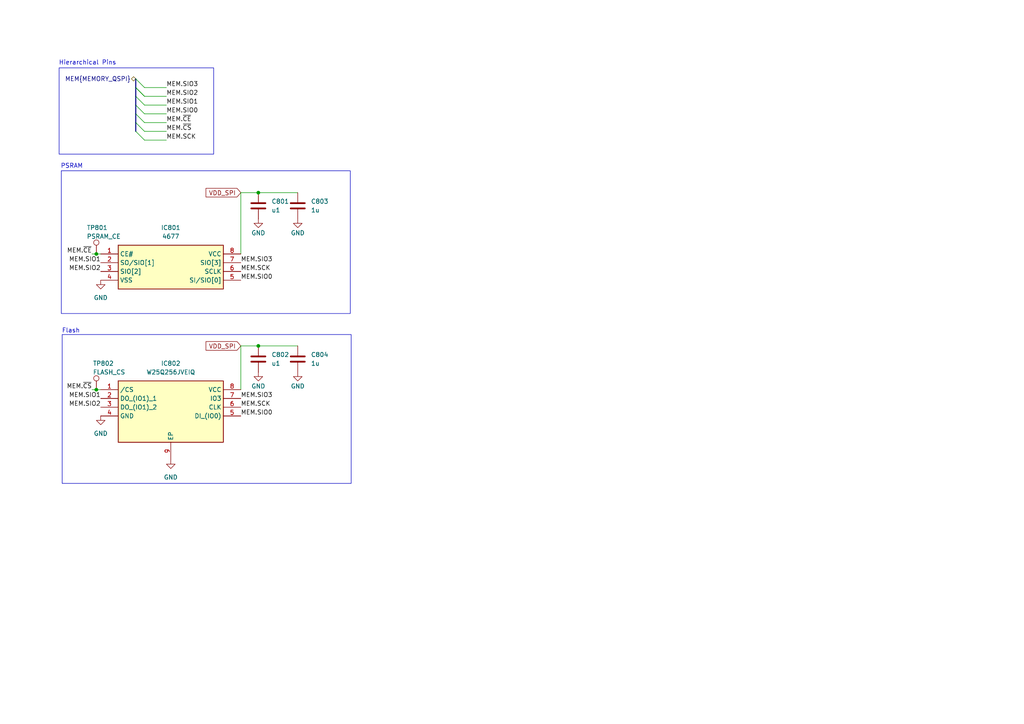
<source format=kicad_sch>
(kicad_sch
	(version 20250114)
	(generator "eeschema")
	(generator_version "9.0")
	(uuid "a3707a06-544a-4d24-b7af-4445ebcdfd54")
	(paper "A4")
	(lib_symbols
		(symbol "Connector:TestPoint"
			(pin_numbers
				(hide yes)
			)
			(pin_names
				(offset 0.762)
				(hide yes)
			)
			(exclude_from_sim no)
			(in_bom yes)
			(on_board yes)
			(property "Reference" "TP"
				(at 0 6.858 0)
				(effects
					(font
						(size 1.27 1.27)
					)
				)
			)
			(property "Value" "TestPoint"
				(at 0 5.08 0)
				(effects
					(font
						(size 1.27 1.27)
					)
				)
			)
			(property "Footprint" ""
				(at 5.08 0 0)
				(effects
					(font
						(size 1.27 1.27)
					)
					(hide yes)
				)
			)
			(property "Datasheet" "~"
				(at 5.08 0 0)
				(effects
					(font
						(size 1.27 1.27)
					)
					(hide yes)
				)
			)
			(property "Description" "test point"
				(at 0 0 0)
				(effects
					(font
						(size 1.27 1.27)
					)
					(hide yes)
				)
			)
			(property "ki_keywords" "test point tp"
				(at 0 0 0)
				(effects
					(font
						(size 1.27 1.27)
					)
					(hide yes)
				)
			)
			(property "ki_fp_filters" "Pin* Test*"
				(at 0 0 0)
				(effects
					(font
						(size 1.27 1.27)
					)
					(hide yes)
				)
			)
			(symbol "TestPoint_0_1"
				(circle
					(center 0 3.302)
					(radius 0.762)
					(stroke
						(width 0)
						(type default)
					)
					(fill
						(type none)
					)
				)
			)
			(symbol "TestPoint_1_1"
				(pin passive line
					(at 0 0 90)
					(length 2.54)
					(name "1"
						(effects
							(font
								(size 1.27 1.27)
							)
						)
					)
					(number "1"
						(effects
							(font
								(size 1.27 1.27)
							)
						)
					)
				)
			)
			(embedded_fonts no)
		)
		(symbol "Device:C"
			(pin_numbers
				(hide yes)
			)
			(pin_names
				(offset 0.254)
			)
			(exclude_from_sim no)
			(in_bom yes)
			(on_board yes)
			(property "Reference" "C"
				(at 0.635 2.54 0)
				(effects
					(font
						(size 1.27 1.27)
					)
					(justify left)
				)
			)
			(property "Value" "C"
				(at 0.635 -2.54 0)
				(effects
					(font
						(size 1.27 1.27)
					)
					(justify left)
				)
			)
			(property "Footprint" ""
				(at 0.9652 -3.81 0)
				(effects
					(font
						(size 1.27 1.27)
					)
					(hide yes)
				)
			)
			(property "Datasheet" "~"
				(at 0 0 0)
				(effects
					(font
						(size 1.27 1.27)
					)
					(hide yes)
				)
			)
			(property "Description" "Unpolarized capacitor"
				(at 0 0 0)
				(effects
					(font
						(size 1.27 1.27)
					)
					(hide yes)
				)
			)
			(property "ki_keywords" "cap capacitor"
				(at 0 0 0)
				(effects
					(font
						(size 1.27 1.27)
					)
					(hide yes)
				)
			)
			(property "ki_fp_filters" "C_*"
				(at 0 0 0)
				(effects
					(font
						(size 1.27 1.27)
					)
					(hide yes)
				)
			)
			(symbol "C_0_1"
				(polyline
					(pts
						(xy -2.032 0.762) (xy 2.032 0.762)
					)
					(stroke
						(width 0.508)
						(type default)
					)
					(fill
						(type none)
					)
				)
				(polyline
					(pts
						(xy -2.032 -0.762) (xy 2.032 -0.762)
					)
					(stroke
						(width 0.508)
						(type default)
					)
					(fill
						(type none)
					)
				)
			)
			(symbol "C_1_1"
				(pin passive line
					(at 0 3.81 270)
					(length 2.794)
					(name "~"
						(effects
							(font
								(size 1.27 1.27)
							)
						)
					)
					(number "1"
						(effects
							(font
								(size 1.27 1.27)
							)
						)
					)
				)
				(pin passive line
					(at 0 -3.81 90)
					(length 2.794)
					(name "~"
						(effects
							(font
								(size 1.27 1.27)
							)
						)
					)
					(number "2"
						(effects
							(font
								(size 1.27 1.27)
							)
						)
					)
				)
			)
			(embedded_fonts no)
		)
		(symbol "SamacSys_Parts:4677"
			(exclude_from_sim no)
			(in_bom yes)
			(on_board yes)
			(property "Reference" "J"
				(at 36.83 7.62 0)
				(effects
					(font
						(size 1.27 1.27)
					)
					(justify left top)
				)
			)
			(property "Value" "4677"
				(at 36.83 5.08 0)
				(effects
					(font
						(size 1.27 1.27)
					)
					(justify left top)
				)
			)
			(property "Footprint" "SOIC127P600X175-8N"
				(at 36.83 -94.92 0)
				(effects
					(font
						(size 1.27 1.27)
					)
					(justify left top)
					(hide yes)
				)
			)
			(property "Datasheet" "https://www.espressif.com/sites/default/files/documentation/esp-psram64_esp-psram64h_datasheet_en.pdf"
				(at 36.83 -194.92 0)
				(effects
					(font
						(size 1.27 1.27)
					)
					(justify left top)
					(hide yes)
				)
			)
			(property "Description" "Adafruit Accessories Generic 64 Mbit Serial Pseudo SRAM - 3.3V 133 MHz"
				(at 0 0 0)
				(effects
					(font
						(size 1.27 1.27)
					)
					(hide yes)
				)
			)
			(property "Height" "1.75"
				(at 36.83 -394.92 0)
				(effects
					(font
						(size 1.27 1.27)
					)
					(justify left top)
					(hide yes)
				)
			)
			(property "Mouser Part Number" "485-4677"
				(at 36.83 -494.92 0)
				(effects
					(font
						(size 1.27 1.27)
					)
					(justify left top)
					(hide yes)
				)
			)
			(property "Mouser Price/Stock" "https://www.mouser.co.uk/ProductDetail/Adafruit/4677?qs=DPoM0jnrROUZDCYEDSsMew%3D%3D"
				(at 36.83 -594.92 0)
				(effects
					(font
						(size 1.27 1.27)
					)
					(justify left top)
					(hide yes)
				)
			)
			(property "Manufacturer_Name" "Adafruit"
				(at 36.83 -694.92 0)
				(effects
					(font
						(size 1.27 1.27)
					)
					(justify left top)
					(hide yes)
				)
			)
			(property "Manufacturer_Part_Number" "4677"
				(at 36.83 -794.92 0)
				(effects
					(font
						(size 1.27 1.27)
					)
					(justify left top)
					(hide yes)
				)
			)
			(symbol "4677_1_1"
				(rectangle
					(start 5.08 2.54)
					(end 35.56 -10.16)
					(stroke
						(width 0.254)
						(type default)
					)
					(fill
						(type background)
					)
				)
				(pin passive line
					(at 0 0 0)
					(length 5.08)
					(name "CE#"
						(effects
							(font
								(size 1.27 1.27)
							)
						)
					)
					(number "1"
						(effects
							(font
								(size 1.27 1.27)
							)
						)
					)
				)
				(pin passive line
					(at 0 -2.54 0)
					(length 5.08)
					(name "SO/SIO[1]"
						(effects
							(font
								(size 1.27 1.27)
							)
						)
					)
					(number "2"
						(effects
							(font
								(size 1.27 1.27)
							)
						)
					)
				)
				(pin passive line
					(at 0 -5.08 0)
					(length 5.08)
					(name "SIO[2]"
						(effects
							(font
								(size 1.27 1.27)
							)
						)
					)
					(number "3"
						(effects
							(font
								(size 1.27 1.27)
							)
						)
					)
				)
				(pin passive line
					(at 0 -7.62 0)
					(length 5.08)
					(name "VSS"
						(effects
							(font
								(size 1.27 1.27)
							)
						)
					)
					(number "4"
						(effects
							(font
								(size 1.27 1.27)
							)
						)
					)
				)
				(pin passive line
					(at 40.64 0 180)
					(length 5.08)
					(name "VCC"
						(effects
							(font
								(size 1.27 1.27)
							)
						)
					)
					(number "8"
						(effects
							(font
								(size 1.27 1.27)
							)
						)
					)
				)
				(pin passive line
					(at 40.64 -2.54 180)
					(length 5.08)
					(name "SIO[3]"
						(effects
							(font
								(size 1.27 1.27)
							)
						)
					)
					(number "7"
						(effects
							(font
								(size 1.27 1.27)
							)
						)
					)
				)
				(pin passive line
					(at 40.64 -5.08 180)
					(length 5.08)
					(name "SCLK"
						(effects
							(font
								(size 1.27 1.27)
							)
						)
					)
					(number "6"
						(effects
							(font
								(size 1.27 1.27)
							)
						)
					)
				)
				(pin passive line
					(at 40.64 -7.62 180)
					(length 5.08)
					(name "SI/SIO[0]"
						(effects
							(font
								(size 1.27 1.27)
							)
						)
					)
					(number "5"
						(effects
							(font
								(size 1.27 1.27)
							)
						)
					)
				)
			)
			(embedded_fonts no)
		)
		(symbol "SamacSys_Parts:W25Q256JVEIQ"
			(exclude_from_sim no)
			(in_bom yes)
			(on_board yes)
			(property "Reference" "IC"
				(at 36.83 7.62 0)
				(effects
					(font
						(size 1.27 1.27)
					)
					(justify left top)
				)
			)
			(property "Value" "W25Q256JVEIQ"
				(at 36.83 5.08 0)
				(effects
					(font
						(size 1.27 1.27)
					)
					(justify left top)
				)
			)
			(property "Footprint" "SON127P800X600X80-9N-D"
				(at 36.83 -94.92 0)
				(effects
					(font
						(size 1.27 1.27)
					)
					(justify left top)
					(hide yes)
				)
			)
			(property "Datasheet" "https://www.winbond.com/hq/search-resource-file.jsp?partNo=W25Q256JVEIQ&type=datasheet"
				(at 36.83 -194.92 0)
				(effects
					(font
						(size 1.27 1.27)
					)
					(justify left top)
					(hide yes)
				)
			)
			(property "Description" "256M-bit Serial Flash Memory with uniform 4KB sectors and Dual/Quad SPI"
				(at 0 0 0)
				(effects
					(font
						(size 1.27 1.27)
					)
					(hide yes)
				)
			)
			(property "Height" "0.8"
				(at 36.83 -394.92 0)
				(effects
					(font
						(size 1.27 1.27)
					)
					(justify left top)
					(hide yes)
				)
			)
			(property "Mouser Part Number" "454-W25Q256JVEIQ"
				(at 36.83 -494.92 0)
				(effects
					(font
						(size 1.27 1.27)
					)
					(justify left top)
					(hide yes)
				)
			)
			(property "Mouser Price/Stock" "https://www.mouser.co.uk/ProductDetail/Winbond/W25Q256JVEIQ?qs=qSfuJ%252Bfl%2Fd4o%2FNFUf7yCgA%3D%3D"
				(at 36.83 -594.92 0)
				(effects
					(font
						(size 1.27 1.27)
					)
					(justify left top)
					(hide yes)
				)
			)
			(property "Manufacturer_Name" "Winbond"
				(at 36.83 -694.92 0)
				(effects
					(font
						(size 1.27 1.27)
					)
					(justify left top)
					(hide yes)
				)
			)
			(property "Manufacturer_Part_Number" "W25Q256JVEIQ"
				(at 36.83 -794.92 0)
				(effects
					(font
						(size 1.27 1.27)
					)
					(justify left top)
					(hide yes)
				)
			)
			(symbol "W25Q256JVEIQ_1_1"
				(rectangle
					(start 5.08 2.54)
					(end 35.56 -15.24)
					(stroke
						(width 0.254)
						(type default)
					)
					(fill
						(type background)
					)
				)
				(pin passive line
					(at 0 0 0)
					(length 5.08)
					(name "/CS"
						(effects
							(font
								(size 1.27 1.27)
							)
						)
					)
					(number "1"
						(effects
							(font
								(size 1.27 1.27)
							)
						)
					)
				)
				(pin passive line
					(at 0 -2.54 0)
					(length 5.08)
					(name "DO_(IO1)_1"
						(effects
							(font
								(size 1.27 1.27)
							)
						)
					)
					(number "2"
						(effects
							(font
								(size 1.27 1.27)
							)
						)
					)
				)
				(pin passive line
					(at 0 -5.08 0)
					(length 5.08)
					(name "DO_(IO1)_2"
						(effects
							(font
								(size 1.27 1.27)
							)
						)
					)
					(number "3"
						(effects
							(font
								(size 1.27 1.27)
							)
						)
					)
				)
				(pin passive line
					(at 0 -7.62 0)
					(length 5.08)
					(name "GND"
						(effects
							(font
								(size 1.27 1.27)
							)
						)
					)
					(number "4"
						(effects
							(font
								(size 1.27 1.27)
							)
						)
					)
				)
				(pin passive line
					(at 20.32 -20.32 90)
					(length 5.08)
					(name "EP"
						(effects
							(font
								(size 1.27 1.27)
							)
						)
					)
					(number "9"
						(effects
							(font
								(size 1.27 1.27)
							)
						)
					)
				)
				(pin passive line
					(at 40.64 0 180)
					(length 5.08)
					(name "VCC"
						(effects
							(font
								(size 1.27 1.27)
							)
						)
					)
					(number "8"
						(effects
							(font
								(size 1.27 1.27)
							)
						)
					)
				)
				(pin passive line
					(at 40.64 -2.54 180)
					(length 5.08)
					(name "IO3"
						(effects
							(font
								(size 1.27 1.27)
							)
						)
					)
					(number "7"
						(effects
							(font
								(size 1.27 1.27)
							)
						)
					)
				)
				(pin passive line
					(at 40.64 -5.08 180)
					(length 5.08)
					(name "CLK"
						(effects
							(font
								(size 1.27 1.27)
							)
						)
					)
					(number "6"
						(effects
							(font
								(size 1.27 1.27)
							)
						)
					)
				)
				(pin passive line
					(at 40.64 -7.62 180)
					(length 5.08)
					(name "DI_(IO0)"
						(effects
							(font
								(size 1.27 1.27)
							)
						)
					)
					(number "5"
						(effects
							(font
								(size 1.27 1.27)
							)
						)
					)
				)
			)
			(embedded_fonts no)
		)
		(symbol "power:GND"
			(power)
			(pin_numbers
				(hide yes)
			)
			(pin_names
				(offset 0)
				(hide yes)
			)
			(exclude_from_sim no)
			(in_bom yes)
			(on_board yes)
			(property "Reference" "#PWR"
				(at 0 -6.35 0)
				(effects
					(font
						(size 1.27 1.27)
					)
					(hide yes)
				)
			)
			(property "Value" "GND"
				(at 0 -3.81 0)
				(effects
					(font
						(size 1.27 1.27)
					)
				)
			)
			(property "Footprint" ""
				(at 0 0 0)
				(effects
					(font
						(size 1.27 1.27)
					)
					(hide yes)
				)
			)
			(property "Datasheet" ""
				(at 0 0 0)
				(effects
					(font
						(size 1.27 1.27)
					)
					(hide yes)
				)
			)
			(property "Description" "Power symbol creates a global label with name \"GND\" , ground"
				(at 0 0 0)
				(effects
					(font
						(size 1.27 1.27)
					)
					(hide yes)
				)
			)
			(property "ki_keywords" "global power"
				(at 0 0 0)
				(effects
					(font
						(size 1.27 1.27)
					)
					(hide yes)
				)
			)
			(symbol "GND_0_1"
				(polyline
					(pts
						(xy 0 0) (xy 0 -1.27) (xy 1.27 -1.27) (xy 0 -2.54) (xy -1.27 -1.27) (xy 0 -1.27)
					)
					(stroke
						(width 0)
						(type default)
					)
					(fill
						(type none)
					)
				)
			)
			(symbol "GND_1_1"
				(pin power_in line
					(at 0 0 270)
					(length 0)
					(name "~"
						(effects
							(font
								(size 1.27 1.27)
							)
						)
					)
					(number "1"
						(effects
							(font
								(size 1.27 1.27)
							)
						)
					)
				)
			)
			(embedded_fonts no)
		)
	)
	(rectangle
		(start 17.78 49.53)
		(end 101.6 90.932)
		(stroke
			(width 0)
			(type default)
		)
		(fill
			(type none)
		)
		(uuid 54019c3a-8187-4bb1-b2a1-ea5753976c35)
	)
	(rectangle
		(start 18.034 97.028)
		(end 101.854 140.208)
		(stroke
			(width 0)
			(type default)
		)
		(fill
			(type none)
		)
		(uuid a09e6e0b-62c2-4814-a04d-ca44c0c1b0dc)
	)
	(rectangle
		(start 17.145 19.685)
		(end 61.976 44.704)
		(stroke
			(width 0)
			(type default)
		)
		(fill
			(type none)
		)
		(uuid c5e17fc9-4b5e-410c-b0bf-ff6ecfb019f5)
	)
	(text "Hierarchical Pins"
		(exclude_from_sim no)
		(at 25.4 18.288 0)
		(effects
			(font
				(size 1.27 1.27)
			)
		)
		(uuid "6b99c823-96a2-49c2-89ff-3534e3b566f2")
	)
	(text "PSRAM"
		(exclude_from_sim no)
		(at 20.828 48.26 0)
		(effects
			(font
				(size 1.27 1.27)
			)
		)
		(uuid "840f7ab4-06fc-46d3-97d6-247addbc5a61")
	)
	(text "Flash"
		(exclude_from_sim no)
		(at 20.574 96.012 0)
		(effects
			(font
				(size 1.27 1.27)
			)
		)
		(uuid "c15bf0c2-2667-4390-bf41-9e2ac7b530fa")
	)
	(junction
		(at 74.93 100.33)
		(diameter 0)
		(color 0 0 0 0)
		(uuid "00bcd00a-bf20-429a-828e-e23473ddc928")
	)
	(junction
		(at 74.93 55.88)
		(diameter 0)
		(color 0 0 0 0)
		(uuid "a2738157-ad30-439c-9041-f9561edecd4e")
	)
	(junction
		(at 27.94 113.03)
		(diameter 0)
		(color 0 0 0 0)
		(uuid "aa6f93e5-a923-4848-a7d2-3e0a7544f8e7")
	)
	(junction
		(at 27.94 73.66)
		(diameter 0)
		(color 0 0 0 0)
		(uuid "c3250ffb-1f0b-4c37-84b7-cc8b98e1ab13")
	)
	(bus_entry
		(at 39.37 38.1)
		(size 2.54 2.54)
		(stroke
			(width 0)
			(type default)
		)
		(uuid "0b858499-a475-4d0e-97d9-cff0f25f5a72")
	)
	(bus_entry
		(at 39.37 22.86)
		(size 2.54 2.54)
		(stroke
			(width 0)
			(type default)
		)
		(uuid "60bf8f5c-1e7c-44b4-942e-0bc74fed74fc")
	)
	(bus_entry
		(at 39.37 30.48)
		(size 2.54 2.54)
		(stroke
			(width 0)
			(type default)
		)
		(uuid "982b90a6-2a3b-478e-a908-6bedb435138b")
	)
	(bus_entry
		(at 39.37 25.4)
		(size 2.54 2.54)
		(stroke
			(width 0)
			(type default)
		)
		(uuid "b845b73c-eaf6-435e-8087-510b0085d00e")
	)
	(bus_entry
		(at 39.37 33.02)
		(size 2.54 2.54)
		(stroke
			(width 0)
			(type default)
		)
		(uuid "ce7f02d4-4384-4bc2-aac5-6a201b926ce2")
	)
	(bus_entry
		(at 39.37 35.56)
		(size 2.54 2.54)
		(stroke
			(width 0)
			(type default)
		)
		(uuid "e9e684f4-afba-422e-a74a-0bb51608b725")
	)
	(bus_entry
		(at 39.37 25.4)
		(size 2.54 2.54)
		(stroke
			(width 0)
			(type default)
		)
		(uuid "faadced6-603f-492c-bfb3-d7666692611e")
	)
	(bus_entry
		(at 39.37 27.94)
		(size 2.54 2.54)
		(stroke
			(width 0)
			(type default)
		)
		(uuid "ff1883d9-8a4e-48a1-8f37-f2703251922f")
	)
	(wire
		(pts
			(xy 41.91 25.4) (xy 48.26 25.4)
		)
		(stroke
			(width 0)
			(type default)
		)
		(uuid "062023a6-1787-4d0d-b209-3a6b0b525817")
	)
	(bus
		(pts
			(xy 39.37 22.86) (xy 39.37 25.4)
		)
		(stroke
			(width 0)
			(type default)
		)
		(uuid "1869bd44-a84a-4b1e-a5ec-501d97e8b367")
	)
	(wire
		(pts
			(xy 41.91 30.48) (xy 48.26 30.48)
		)
		(stroke
			(width 0)
			(type default)
		)
		(uuid "2bcbab16-22b7-49b4-bef5-6689752a3f31")
	)
	(wire
		(pts
			(xy 74.93 55.88) (xy 86.36 55.88)
		)
		(stroke
			(width 0)
			(type default)
		)
		(uuid "370a0ef5-52d4-445a-a732-0cdcde5bc806")
	)
	(wire
		(pts
			(xy 41.91 27.94) (xy 48.26 27.94)
		)
		(stroke
			(width 0)
			(type default)
		)
		(uuid "4b2c3fd6-4faa-4ccb-bb45-47800e599f32")
	)
	(wire
		(pts
			(xy 69.85 55.88) (xy 74.93 55.88)
		)
		(stroke
			(width 0)
			(type default)
		)
		(uuid "532debee-c8c4-4459-9e43-3d33f108ef7d")
	)
	(bus
		(pts
			(xy 39.37 25.4) (xy 39.37 27.94)
		)
		(stroke
			(width 0)
			(type default)
		)
		(uuid "53fb00f7-a744-4881-aef1-7752fc5e7412")
	)
	(wire
		(pts
			(xy 41.91 33.02) (xy 48.26 33.02)
		)
		(stroke
			(width 0)
			(type default)
		)
		(uuid "6e817bb3-37ca-4425-9738-ca8745a16ce5")
	)
	(bus
		(pts
			(xy 39.37 35.56) (xy 39.37 38.1)
		)
		(stroke
			(width 0)
			(type default)
		)
		(uuid "75979c37-c96c-43d8-81f5-0bbb57bf7faf")
	)
	(wire
		(pts
			(xy 41.91 38.1) (xy 48.26 38.1)
		)
		(stroke
			(width 0)
			(type default)
		)
		(uuid "7b38cfb5-84ff-4300-9677-3e05cbf0f1be")
	)
	(wire
		(pts
			(xy 26.67 73.66) (xy 27.94 73.66)
		)
		(stroke
			(width 0)
			(type default)
		)
		(uuid "80b8bb00-aa8a-444e-b674-c722385f0a3b")
	)
	(wire
		(pts
			(xy 69.85 100.33) (xy 69.85 113.03)
		)
		(stroke
			(width 0)
			(type default)
		)
		(uuid "862900a5-a3b7-4474-85fa-51d3779d7917")
	)
	(bus
		(pts
			(xy 39.37 33.02) (xy 39.37 35.56)
		)
		(stroke
			(width 0)
			(type default)
		)
		(uuid "8bcc23ae-2d68-44d0-b379-a758d346fd75")
	)
	(wire
		(pts
			(xy 69.85 100.33) (xy 74.93 100.33)
		)
		(stroke
			(width 0)
			(type default)
		)
		(uuid "91122805-949f-40a1-be22-c5336daa7480")
	)
	(wire
		(pts
			(xy 26.67 113.03) (xy 27.94 113.03)
		)
		(stroke
			(width 0)
			(type default)
		)
		(uuid "97730342-22be-47ba-80e4-89a6662d276e")
	)
	(wire
		(pts
			(xy 41.91 40.64) (xy 48.26 40.64)
		)
		(stroke
			(width 0)
			(type default)
		)
		(uuid "9cc302d1-6397-45e3-b434-c8f36601c98a")
	)
	(wire
		(pts
			(xy 74.93 100.33) (xy 86.36 100.33)
		)
		(stroke
			(width 0)
			(type default)
		)
		(uuid "a73ef78e-3b8b-4624-b5da-17f04830c6a2")
	)
	(wire
		(pts
			(xy 41.91 35.56) (xy 48.26 35.56)
		)
		(stroke
			(width 0)
			(type default)
		)
		(uuid "b03cfae9-7852-4425-9666-3b47a7d76bca")
	)
	(bus
		(pts
			(xy 39.37 30.48) (xy 39.37 33.02)
		)
		(stroke
			(width 0)
			(type default)
		)
		(uuid "bc56a6c8-43ce-4663-8d14-45204cba590f")
	)
	(wire
		(pts
			(xy 69.85 55.88) (xy 69.85 73.66)
		)
		(stroke
			(width 0)
			(type default)
		)
		(uuid "bca011f3-b32f-4431-90e2-010068937b53")
	)
	(wire
		(pts
			(xy 27.94 113.03) (xy 29.21 113.03)
		)
		(stroke
			(width 0)
			(type default)
		)
		(uuid "c4d3e767-35b4-4ad0-bf2b-6f2508cec81c")
	)
	(bus
		(pts
			(xy 39.37 27.94) (xy 39.37 30.48)
		)
		(stroke
			(width 0)
			(type default)
		)
		(uuid "ccd35d98-2f8c-42bb-b27b-dc538dd74d2c")
	)
	(wire
		(pts
			(xy 27.94 73.66) (xy 29.21 73.66)
		)
		(stroke
			(width 0)
			(type default)
		)
		(uuid "cfb72513-933f-4844-87ba-46e9e5c6333f")
	)
	(label "MEM.~{CE}"
		(at 26.67 73.66 180)
		(effects
			(font
				(size 1.27 1.27)
			)
			(justify right bottom)
		)
		(uuid "089cf6d4-46c2-489f-aa0d-6258066a8f8d")
	)
	(label "MEM.SIO1"
		(at 29.21 76.2 180)
		(effects
			(font
				(size 1.27 1.27)
			)
			(justify right bottom)
		)
		(uuid "209efaf2-842d-4d4e-bbfe-d2785dcd37d9")
	)
	(label "MEM.SIO3"
		(at 69.85 76.2 0)
		(effects
			(font
				(size 1.27 1.27)
			)
			(justify left bottom)
		)
		(uuid "417c0c16-65a2-4e6c-bc16-4ffe47e2b9b0")
	)
	(label "MEM.SIO3"
		(at 48.26 25.4 0)
		(effects
			(font
				(size 1.27 1.27)
			)
			(justify left bottom)
		)
		(uuid "4870b5d0-6a48-4b7f-aa43-919e257d4f5d")
	)
	(label "MEM.SIO0"
		(at 48.26 33.02 0)
		(effects
			(font
				(size 1.27 1.27)
			)
			(justify left bottom)
		)
		(uuid "60611401-a1af-4db6-8f92-2fb43b681c30")
	)
	(label "MEM.SIO3"
		(at 69.85 115.57 0)
		(effects
			(font
				(size 1.27 1.27)
			)
			(justify left bottom)
		)
		(uuid "6f3a112b-5dad-4880-b14b-f4d2181cc9d6")
	)
	(label "MEM.SIO0"
		(at 69.85 81.28 0)
		(effects
			(font
				(size 1.27 1.27)
			)
			(justify left bottom)
		)
		(uuid "7060662a-ba38-4f96-b0d0-f3b847377cc8")
	)
	(label "MEM.SCK"
		(at 48.26 40.64 0)
		(effects
			(font
				(size 1.27 1.27)
			)
			(justify left bottom)
		)
		(uuid "775c72f9-23b3-4d6e-96a9-643ea9d367fc")
	)
	(label "MEM.~{CS}"
		(at 26.67 113.03 180)
		(effects
			(font
				(size 1.27 1.27)
			)
			(justify right bottom)
		)
		(uuid "82217e31-451c-4a62-a9e6-ed1ebf68e235")
	)
	(label "MEM.~{CS}"
		(at 48.26 38.1 0)
		(effects
			(font
				(size 1.27 1.27)
			)
			(justify left bottom)
		)
		(uuid "87623643-8626-4eab-9ffe-77772a6af932")
	)
	(label "MEM.SIO1"
		(at 48.26 30.48 0)
		(effects
			(font
				(size 1.27 1.27)
			)
			(justify left bottom)
		)
		(uuid "9ce1204a-8ec5-4031-8438-b51688cf9471")
	)
	(label "MEM.SIO2"
		(at 29.21 78.74 180)
		(effects
			(font
				(size 1.27 1.27)
			)
			(justify right bottom)
		)
		(uuid "b86ca7a7-b08b-44ca-8b6e-73c2d2019b3d")
	)
	(label "MEM.SIO2"
		(at 29.21 118.11 180)
		(effects
			(font
				(size 1.27 1.27)
			)
			(justify right bottom)
		)
		(uuid "c751c2cf-7c96-45da-899e-717a491ea59c")
	)
	(label "MEM.SIO1"
		(at 29.21 115.57 180)
		(effects
			(font
				(size 1.27 1.27)
			)
			(justify right bottom)
		)
		(uuid "ce8d87fa-c018-4b3a-a3ef-8ae16b75dbed")
	)
	(label "MEM.SCK"
		(at 69.85 78.74 0)
		(effects
			(font
				(size 1.27 1.27)
			)
			(justify left bottom)
		)
		(uuid "e9220190-c29d-4741-84bc-bbbf8a441f50")
	)
	(label "MEM.~{CE}"
		(at 48.26 35.56 0)
		(effects
			(font
				(size 1.27 1.27)
			)
			(justify left bottom)
		)
		(uuid "eba0f284-38ee-4a46-8de2-1c393dec1b27")
	)
	(label "MEM.SIO0"
		(at 69.85 120.65 0)
		(effects
			(font
				(size 1.27 1.27)
			)
			(justify left bottom)
		)
		(uuid "ee74d2ae-3811-444f-8ccc-2ae9687430bf")
	)
	(label "MEM.SCK"
		(at 69.85 118.11 0)
		(effects
			(font
				(size 1.27 1.27)
			)
			(justify left bottom)
		)
		(uuid "efcc08cc-aa41-4940-8c9d-d37632260967")
	)
	(label "MEM.SIO2"
		(at 48.26 27.94 0)
		(effects
			(font
				(size 1.27 1.27)
			)
			(justify left bottom)
		)
		(uuid "ff818dc7-3558-44d2-ae01-4e4ac8622f49")
	)
	(global_label "VDD_SPI"
		(shape input)
		(at 69.85 100.33 180)
		(fields_autoplaced yes)
		(effects
			(font
				(size 1.27 1.27)
			)
			(justify right)
		)
		(uuid "3fcc41bd-e9b2-4db4-8687-b2c7653d42e8")
		(property "Intersheetrefs" "${INTERSHEET_REFS}"
			(at 59.1843 100.33 0)
			(effects
				(font
					(size 1.27 1.27)
				)
				(justify right)
				(hide yes)
			)
		)
	)
	(global_label "VDD_SPI"
		(shape input)
		(at 69.85 55.88 180)
		(fields_autoplaced yes)
		(effects
			(font
				(size 1.27 1.27)
			)
			(justify right)
		)
		(uuid "97991e6c-5624-472d-93d1-6ab98e585c02")
		(property "Intersheetrefs" "${INTERSHEET_REFS}"
			(at 59.1843 55.88 0)
			(effects
				(font
					(size 1.27 1.27)
				)
				(justify right)
				(hide yes)
			)
		)
	)
	(hierarchical_label "MEM{MEMORY_QSPI}"
		(shape bidirectional)
		(at 39.37 22.86 180)
		(effects
			(font
				(size 1.27 1.27)
			)
			(justify right)
		)
		(uuid "2f42f9d5-aaca-4531-96b1-e7e3520868e5")
	)
	(symbol
		(lib_id "power:GND")
		(at 29.21 81.28 0)
		(unit 1)
		(exclude_from_sim no)
		(in_bom yes)
		(on_board yes)
		(dnp no)
		(fields_autoplaced yes)
		(uuid "1e1a815f-65de-428c-9f3a-7404b0a7c027")
		(property "Reference" "#PWR0801"
			(at 29.21 87.63 0)
			(effects
				(font
					(size 1.27 1.27)
				)
				(hide yes)
			)
		)
		(property "Value" "GND"
			(at 29.21 86.36 0)
			(effects
				(font
					(size 1.27 1.27)
				)
			)
		)
		(property "Footprint" ""
			(at 29.21 81.28 0)
			(effects
				(font
					(size 1.27 1.27)
				)
				(hide yes)
			)
		)
		(property "Datasheet" ""
			(at 29.21 81.28 0)
			(effects
				(font
					(size 1.27 1.27)
				)
				(hide yes)
			)
		)
		(property "Description" "Power symbol creates a global label with name \"GND\" , ground"
			(at 29.21 81.28 0)
			(effects
				(font
					(size 1.27 1.27)
				)
				(hide yes)
			)
		)
		(pin "1"
			(uuid "7bd5ae49-1be1-4f71-81a3-97852590c430")
		)
		(instances
			(project "controller"
				(path "/869bea87-c885-4ead-826b-3f34ceacafad/0e7b3f4d-646f-4949-ba8d-4e4489aa7d1d"
					(reference "#PWR0801")
					(unit 1)
				)
			)
		)
	)
	(symbol
		(lib_id "Device:C")
		(at 74.93 104.14 0)
		(unit 1)
		(exclude_from_sim no)
		(in_bom yes)
		(on_board yes)
		(dnp no)
		(fields_autoplaced yes)
		(uuid "3e229a58-7cdd-47fb-8fe7-458d0c2c5387")
		(property "Reference" "C802"
			(at 78.74 102.8699 0)
			(effects
				(font
					(size 1.27 1.27)
				)
				(justify left)
			)
		)
		(property "Value" "u1"
			(at 78.74 105.4099 0)
			(effects
				(font
					(size 1.27 1.27)
				)
				(justify left)
			)
		)
		(property "Footprint" "SamacSys_Parts:MAJx16"
			(at 83.82 200.33 0)
			(effects
				(font
					(size 1.27 1.27)
				)
				(justify left top)
				(hide yes)
			)
		)
		(property "Datasheet" "~"
			(at 83.82 300.33 0)
			(effects
				(font
					(size 1.27 1.27)
				)
				(justify left top)
				(hide yes)
			)
		)
		(property "Description" "Unpolarized capacitor"
			(at 74.93 104.14 0)
			(effects
				(font
					(size 1.27 1.27)
				)
				(hide yes)
			)
		)
		(property "Height" "0.8"
			(at 83.82 500.33 0)
			(effects
				(font
					(size 1.27 1.27)
				)
				(justify left top)
				(hide yes)
			)
		)
		(property "Mouser Part Number" "963-MAJCH168BB7104KT"
			(at 83.82 600.33 0)
			(effects
				(font
					(size 1.27 1.27)
				)
				(justify left top)
				(hide yes)
			)
		)
		(property "Mouser Price/Stock" "https://www.mouser.co.uk/ProductDetail/TAIYO-YUDEN/MAJCH168BB7104KTEA01?qs=ZcfC38r4PovaTBrG0IdezQ%3D%3D"
			(at 83.82 700.33 0)
			(effects
				(font
					(size 1.27 1.27)
				)
				(justify left top)
				(hide yes)
			)
		)
		(property "Manufacturer_Name" "TAIYO YUDEN"
			(at 83.82 800.33 0)
			(effects
				(font
					(size 1.27 1.27)
				)
				(justify left top)
				(hide yes)
			)
		)
		(property "Manufacturer_Part_Number" "MAJCH168BB7104KTEA01"
			(at 83.82 900.33 0)
			(effects
				(font
					(size 1.27 1.27)
				)
				(justify left top)
				(hide yes)
			)
		)
		(pin "2"
			(uuid "d2e39180-3d7f-4359-9fa6-c06bf275f3ab")
		)
		(pin "1"
			(uuid "d11526e4-e14a-4dff-913c-4ff9d61ab2d2")
		)
		(instances
			(project "controller"
				(path "/869bea87-c885-4ead-826b-3f34ceacafad/0e7b3f4d-646f-4949-ba8d-4e4489aa7d1d"
					(reference "C802")
					(unit 1)
				)
			)
		)
	)
	(symbol
		(lib_id "SamacSys_Parts:W25Q256JVEIQ")
		(at 29.21 113.03 0)
		(unit 1)
		(exclude_from_sim no)
		(in_bom yes)
		(on_board yes)
		(dnp no)
		(fields_autoplaced yes)
		(uuid "7567b71c-e0cb-48d8-ab1a-764c239b1d65")
		(property "Reference" "IC802"
			(at 49.53 105.41 0)
			(effects
				(font
					(size 1.27 1.27)
				)
			)
		)
		(property "Value" "W25Q256JVEIQ"
			(at 49.53 107.95 0)
			(effects
				(font
					(size 1.27 1.27)
				)
			)
		)
		(property "Footprint" "SamacSys_Parts:SON127P800X600X80-9N-D"
			(at 66.04 207.95 0)
			(effects
				(font
					(size 1.27 1.27)
				)
				(justify left top)
				(hide yes)
			)
		)
		(property "Datasheet" "https://www.winbond.com/hq/search-resource-file.jsp?partNo=W25Q256JVEIQ&type=datasheet"
			(at 66.04 307.95 0)
			(effects
				(font
					(size 1.27 1.27)
				)
				(justify left top)
				(hide yes)
			)
		)
		(property "Description" "256M-bit Serial Flash Memory with uniform 4KB sectors and Dual/Quad SPI"
			(at 29.21 113.03 0)
			(effects
				(font
					(size 1.27 1.27)
				)
				(hide yes)
			)
		)
		(property "Height" "0.8"
			(at 66.04 507.95 0)
			(effects
				(font
					(size 1.27 1.27)
				)
				(justify left top)
				(hide yes)
			)
		)
		(property "Mouser Part Number" "454-W25Q256JVEIQ"
			(at 66.04 607.95 0)
			(effects
				(font
					(size 1.27 1.27)
				)
				(justify left top)
				(hide yes)
			)
		)
		(property "Mouser Price/Stock" "https://www.mouser.co.uk/ProductDetail/Winbond/W25Q256JVEIQ?qs=qSfuJ%252Bfl%2Fd4o%2FNFUf7yCgA%3D%3D"
			(at 66.04 707.95 0)
			(effects
				(font
					(size 1.27 1.27)
				)
				(justify left top)
				(hide yes)
			)
		)
		(property "Manufacturer_Name" "Winbond"
			(at 66.04 807.95 0)
			(effects
				(font
					(size 1.27 1.27)
				)
				(justify left top)
				(hide yes)
			)
		)
		(property "Manufacturer_Part_Number" "W25Q256JVEIQ"
			(at 66.04 907.95 0)
			(effects
				(font
					(size 1.27 1.27)
				)
				(justify left top)
				(hide yes)
			)
		)
		(pin "2"
			(uuid "2a67aa64-92fd-467a-9b7c-fe9ba7ba021c")
		)
		(pin "3"
			(uuid "7212d218-f2d3-4de9-b30e-e58a212bf72d")
		)
		(pin "5"
			(uuid "662567b4-62ab-43f2-a5f3-16d685eaf29d")
		)
		(pin "1"
			(uuid "02f985cd-9d8f-465e-b09f-5fa65e22725c")
		)
		(pin "8"
			(uuid "a1b61818-d796-4a5c-9e07-f63da4328738")
		)
		(pin "6"
			(uuid "a04081d4-d896-43c3-88c4-775a4caafac1")
		)
		(pin "9"
			(uuid "0da379f9-828d-41cb-9c5e-942cba8f0fda")
		)
		(pin "4"
			(uuid "f1015d3e-9dcc-41f3-b784-cb377245022c")
		)
		(pin "7"
			(uuid "f256dbb8-1f9d-4d21-911b-6ec8854fa2b1")
		)
		(instances
			(project "controller"
				(path "/869bea87-c885-4ead-826b-3f34ceacafad/0e7b3f4d-646f-4949-ba8d-4e4489aa7d1d"
					(reference "IC802")
					(unit 1)
				)
			)
		)
	)
	(symbol
		(lib_id "power:GND")
		(at 86.36 63.5 0)
		(unit 1)
		(exclude_from_sim no)
		(in_bom yes)
		(on_board yes)
		(dnp no)
		(uuid "7d0ac61c-4f54-4d77-99dd-01fee206dd64")
		(property "Reference" "#PWR0806"
			(at 86.36 69.85 0)
			(effects
				(font
					(size 1.27 1.27)
				)
				(hide yes)
			)
		)
		(property "Value" "GND"
			(at 86.36 67.564 0)
			(effects
				(font
					(size 1.27 1.27)
				)
			)
		)
		(property "Footprint" ""
			(at 86.36 63.5 0)
			(effects
				(font
					(size 1.27 1.27)
				)
				(hide yes)
			)
		)
		(property "Datasheet" ""
			(at 86.36 63.5 0)
			(effects
				(font
					(size 1.27 1.27)
				)
				(hide yes)
			)
		)
		(property "Description" "Power symbol creates a global label with name \"GND\" , ground"
			(at 86.36 63.5 0)
			(effects
				(font
					(size 1.27 1.27)
				)
				(hide yes)
			)
		)
		(pin "1"
			(uuid "eedc3151-53b8-4921-9504-9e440710a5fa")
		)
		(instances
			(project "controller"
				(path "/869bea87-c885-4ead-826b-3f34ceacafad/0e7b3f4d-646f-4949-ba8d-4e4489aa7d1d"
					(reference "#PWR0806")
					(unit 1)
				)
			)
		)
	)
	(symbol
		(lib_id "Device:C")
		(at 86.36 59.69 0)
		(unit 1)
		(exclude_from_sim no)
		(in_bom yes)
		(on_board yes)
		(dnp no)
		(fields_autoplaced yes)
		(uuid "7fa519c9-4e9d-44b0-b872-de940db82b35")
		(property "Reference" "C803"
			(at 90.17 58.4199 0)
			(effects
				(font
					(size 1.27 1.27)
				)
				(justify left)
			)
		)
		(property "Value" "1u"
			(at 90.17 60.9599 0)
			(effects
				(font
					(size 1.27 1.27)
				)
				(justify left)
			)
		)
		(property "Footprint" "SamacSys_Parts:CAPC2012X135N"
			(at 95.25 155.88 0)
			(effects
				(font
					(size 1.27 1.27)
				)
				(justify left top)
				(hide yes)
			)
		)
		(property "Datasheet" "~"
			(at 95.25 255.88 0)
			(effects
				(font
					(size 1.27 1.27)
				)
				(justify left top)
				(hide yes)
			)
		)
		(property "Description" "Unpolarized capacitor"
			(at 86.36 59.69 0)
			(effects
				(font
					(size 1.27 1.27)
				)
				(hide yes)
			)
		)
		(property "Height" "1.35"
			(at 95.25 455.88 0)
			(effects
				(font
					(size 1.27 1.27)
				)
				(justify left top)
				(hide yes)
			)
		)
		(property "Mouser Part Number" "791-0805X105K160CT"
			(at 95.25 555.88 0)
			(effects
				(font
					(size 1.27 1.27)
				)
				(justify left top)
				(hide yes)
			)
		)
		(property "Mouser Price/Stock" "https://www.mouser.co.uk/ProductDetail/Walsin/0805X105K160CT?qs=wUXugUrL1qxMXFrDyyDE9A%3D%3D"
			(at 95.25 655.88 0)
			(effects
				(font
					(size 1.27 1.27)
				)
				(justify left top)
				(hide yes)
			)
		)
		(property "Manufacturer_Name" "Walsin Technology Corporation"
			(at 95.25 755.88 0)
			(effects
				(font
					(size 1.27 1.27)
				)
				(justify left top)
				(hide yes)
			)
		)
		(property "Manufacturer_Part_Number" "0805X105K160CT"
			(at 95.25 855.88 0)
			(effects
				(font
					(size 1.27 1.27)
				)
				(justify left top)
				(hide yes)
			)
		)
		(pin "2"
			(uuid "ed19e514-3d5a-4b6b-88d0-8bb8443ab21d")
		)
		(pin "1"
			(uuid "8d50ced0-6b60-4916-86f1-a5695d6a171a")
		)
		(instances
			(project "controller"
				(path "/869bea87-c885-4ead-826b-3f34ceacafad/0e7b3f4d-646f-4949-ba8d-4e4489aa7d1d"
					(reference "C803")
					(unit 1)
				)
			)
		)
	)
	(symbol
		(lib_id "SamacSys_Parts:4677")
		(at 29.21 73.66 0)
		(unit 1)
		(exclude_from_sim no)
		(in_bom yes)
		(on_board yes)
		(dnp no)
		(fields_autoplaced yes)
		(uuid "894307a6-054b-4937-b5e8-6cbb5c158e92")
		(property "Reference" "IC801"
			(at 49.53 66.04 0)
			(effects
				(font
					(size 1.27 1.27)
				)
			)
		)
		(property "Value" "4677"
			(at 49.53 68.58 0)
			(effects
				(font
					(size 1.27 1.27)
				)
			)
		)
		(property "Footprint" "SamacSys_Parts:SOIC127P600X175-8N"
			(at 66.04 168.58 0)
			(effects
				(font
					(size 1.27 1.27)
				)
				(justify left top)
				(hide yes)
			)
		)
		(property "Datasheet" "https://www.espressif.com/sites/default/files/documentation/esp-psram64_esp-psram64h_datasheet_en.pdf"
			(at 66.04 268.58 0)
			(effects
				(font
					(size 1.27 1.27)
				)
				(justify left top)
				(hide yes)
			)
		)
		(property "Description" "Adafruit Accessories Generic 64 Mbit Serial Pseudo SRAM - 3.3V 133 MHz"
			(at 29.21 73.66 0)
			(effects
				(font
					(size 1.27 1.27)
				)
				(hide yes)
			)
		)
		(property "Height" "1.75"
			(at 66.04 468.58 0)
			(effects
				(font
					(size 1.27 1.27)
				)
				(justify left top)
				(hide yes)
			)
		)
		(property "Mouser Part Number" "485-4677"
			(at 66.04 568.58 0)
			(effects
				(font
					(size 1.27 1.27)
				)
				(justify left top)
				(hide yes)
			)
		)
		(property "Mouser Price/Stock" "https://www.mouser.co.uk/ProductDetail/Adafruit/4677?qs=DPoM0jnrROUZDCYEDSsMew%3D%3D"
			(at 66.04 668.58 0)
			(effects
				(font
					(size 1.27 1.27)
				)
				(justify left top)
				(hide yes)
			)
		)
		(property "Manufacturer_Name" "Adafruit"
			(at 66.04 768.58 0)
			(effects
				(font
					(size 1.27 1.27)
				)
				(justify left top)
				(hide yes)
			)
		)
		(property "Manufacturer_Part_Number" "4677"
			(at 66.04 868.58 0)
			(effects
				(font
					(size 1.27 1.27)
				)
				(justify left top)
				(hide yes)
			)
		)
		(pin "2"
			(uuid "ffb5265e-5e68-4207-b44e-010827eed73c")
		)
		(pin "1"
			(uuid "e1444ffc-3b06-4820-8623-63d284cf3f15")
		)
		(pin "6"
			(uuid "cb653254-a3de-4e92-a798-7683869a8382")
		)
		(pin "7"
			(uuid "f2f3c8b3-0ba0-4ed8-b776-e5488af3f516")
		)
		(pin "8"
			(uuid "3049cf3d-749c-42c0-9787-1ee90dc98b8a")
		)
		(pin "5"
			(uuid "bd210493-70dd-4c9a-b154-4be1e2abf48e")
		)
		(pin "4"
			(uuid "14cd95b1-d704-4a17-8a42-d53b52ee802e")
		)
		(pin "3"
			(uuid "9489d2f0-520d-4af5-bbac-947eee40eb40")
		)
		(instances
			(project "controller"
				(path "/869bea87-c885-4ead-826b-3f34ceacafad/0e7b3f4d-646f-4949-ba8d-4e4489aa7d1d"
					(reference "IC801")
					(unit 1)
				)
			)
		)
	)
	(symbol
		(lib_id "power:GND")
		(at 74.93 63.5 0)
		(unit 1)
		(exclude_from_sim no)
		(in_bom yes)
		(on_board yes)
		(dnp no)
		(uuid "96c1d40a-4446-4a30-a6fe-a9c038bab91a")
		(property "Reference" "#PWR0804"
			(at 74.93 69.85 0)
			(effects
				(font
					(size 1.27 1.27)
				)
				(hide yes)
			)
		)
		(property "Value" "GND"
			(at 74.93 67.564 0)
			(effects
				(font
					(size 1.27 1.27)
				)
			)
		)
		(property "Footprint" ""
			(at 74.93 63.5 0)
			(effects
				(font
					(size 1.27 1.27)
				)
				(hide yes)
			)
		)
		(property "Datasheet" ""
			(at 74.93 63.5 0)
			(effects
				(font
					(size 1.27 1.27)
				)
				(hide yes)
			)
		)
		(property "Description" "Power symbol creates a global label with name \"GND\" , ground"
			(at 74.93 63.5 0)
			(effects
				(font
					(size 1.27 1.27)
				)
				(hide yes)
			)
		)
		(pin "1"
			(uuid "737ecde5-85a7-447a-8635-4ac36f718ed7")
		)
		(instances
			(project "controller"
				(path "/869bea87-c885-4ead-826b-3f34ceacafad/0e7b3f4d-646f-4949-ba8d-4e4489aa7d1d"
					(reference "#PWR0804")
					(unit 1)
				)
			)
		)
	)
	(symbol
		(lib_id "power:GND")
		(at 49.53 133.35 0)
		(unit 1)
		(exclude_from_sim no)
		(in_bom yes)
		(on_board yes)
		(dnp no)
		(fields_autoplaced yes)
		(uuid "a0a6568f-592b-456c-87f6-4dbf1186bb4b")
		(property "Reference" "#PWR0803"
			(at 49.53 139.7 0)
			(effects
				(font
					(size 1.27 1.27)
				)
				(hide yes)
			)
		)
		(property "Value" "GND"
			(at 49.53 138.43 0)
			(effects
				(font
					(size 1.27 1.27)
				)
			)
		)
		(property "Footprint" ""
			(at 49.53 133.35 0)
			(effects
				(font
					(size 1.27 1.27)
				)
				(hide yes)
			)
		)
		(property "Datasheet" ""
			(at 49.53 133.35 0)
			(effects
				(font
					(size 1.27 1.27)
				)
				(hide yes)
			)
		)
		(property "Description" "Power symbol creates a global label with name \"GND\" , ground"
			(at 49.53 133.35 0)
			(effects
				(font
					(size 1.27 1.27)
				)
				(hide yes)
			)
		)
		(pin "1"
			(uuid "18ab9e8c-6200-484e-a466-2bead2b61ea3")
		)
		(instances
			(project "controller"
				(path "/869bea87-c885-4ead-826b-3f34ceacafad/0e7b3f4d-646f-4949-ba8d-4e4489aa7d1d"
					(reference "#PWR0803")
					(unit 1)
				)
			)
		)
	)
	(symbol
		(lib_id "power:GND")
		(at 86.36 107.95 0)
		(unit 1)
		(exclude_from_sim no)
		(in_bom yes)
		(on_board yes)
		(dnp no)
		(uuid "b7400f71-85e9-4167-97d1-0b02aadf3e5e")
		(property "Reference" "#PWR0807"
			(at 86.36 114.3 0)
			(effects
				(font
					(size 1.27 1.27)
				)
				(hide yes)
			)
		)
		(property "Value" "GND"
			(at 86.36 112.014 0)
			(effects
				(font
					(size 1.27 1.27)
				)
			)
		)
		(property "Footprint" ""
			(at 86.36 107.95 0)
			(effects
				(font
					(size 1.27 1.27)
				)
				(hide yes)
			)
		)
		(property "Datasheet" ""
			(at 86.36 107.95 0)
			(effects
				(font
					(size 1.27 1.27)
				)
				(hide yes)
			)
		)
		(property "Description" "Power symbol creates a global label with name \"GND\" , ground"
			(at 86.36 107.95 0)
			(effects
				(font
					(size 1.27 1.27)
				)
				(hide yes)
			)
		)
		(pin "1"
			(uuid "a2cee612-bae9-45e8-8059-aae14b95cdc4")
		)
		(instances
			(project "controller"
				(path "/869bea87-c885-4ead-826b-3f34ceacafad/0e7b3f4d-646f-4949-ba8d-4e4489aa7d1d"
					(reference "#PWR0807")
					(unit 1)
				)
			)
		)
	)
	(symbol
		(lib_id "power:GND")
		(at 74.93 107.95 0)
		(unit 1)
		(exclude_from_sim no)
		(in_bom yes)
		(on_board yes)
		(dnp no)
		(uuid "baf43b7a-e442-4563-840f-944201baf062")
		(property "Reference" "#PWR0805"
			(at 74.93 114.3 0)
			(effects
				(font
					(size 1.27 1.27)
				)
				(hide yes)
			)
		)
		(property "Value" "GND"
			(at 74.93 112.014 0)
			(effects
				(font
					(size 1.27 1.27)
				)
			)
		)
		(property "Footprint" ""
			(at 74.93 107.95 0)
			(effects
				(font
					(size 1.27 1.27)
				)
				(hide yes)
			)
		)
		(property "Datasheet" ""
			(at 74.93 107.95 0)
			(effects
				(font
					(size 1.27 1.27)
				)
				(hide yes)
			)
		)
		(property "Description" "Power symbol creates a global label with name \"GND\" , ground"
			(at 74.93 107.95 0)
			(effects
				(font
					(size 1.27 1.27)
				)
				(hide yes)
			)
		)
		(pin "1"
			(uuid "e488d362-cba3-4e13-abb8-4b8aea2b3e32")
		)
		(instances
			(project "controller"
				(path "/869bea87-c885-4ead-826b-3f34ceacafad/0e7b3f4d-646f-4949-ba8d-4e4489aa7d1d"
					(reference "#PWR0805")
					(unit 1)
				)
			)
		)
	)
	(symbol
		(lib_id "Connector:TestPoint")
		(at 27.94 113.03 0)
		(unit 1)
		(exclude_from_sim no)
		(in_bom yes)
		(on_board yes)
		(dnp no)
		(uuid "cde8302c-9290-4912-baa0-aab360144455")
		(property "Reference" "TP802"
			(at 26.924 105.41 0)
			(effects
				(font
					(size 1.27 1.27)
				)
				(justify left)
			)
		)
		(property "Value" "FLASH_CS"
			(at 26.924 107.95 0)
			(effects
				(font
					(size 1.27 1.27)
				)
				(justify left)
			)
		)
		(property "Footprint" "SamacSys_Parts:5000"
			(at 44.45 207.95 0)
			(effects
				(font
					(size 1.27 1.27)
				)
				(justify left top)
				(hide yes)
			)
		)
		(property "Datasheet" "http://www.keyelco.com/product-pdf.cfm?p=1310"
			(at 44.45 307.95 0)
			(effects
				(font
					(size 1.27 1.27)
				)
				(justify left top)
				(hide yes)
			)
		)
		(property "Description" "KEYSTONE - 5001 - TEST POINT, CONNECTOR, BLACK"
			(at 27.94 113.03 0)
			(effects
				(font
					(size 1.27 1.27)
				)
				(hide yes)
			)
		)
		(property "Height" ""
			(at 44.45 507.95 0)
			(effects
				(font
					(size 1.27 1.27)
				)
				(justify left top)
				(hide yes)
			)
		)
		(property "Manufacturer_Name" "Keystone Electronics"
			(at 44.45 607.95 0)
			(effects
				(font
					(size 1.27 1.27)
				)
				(justify left top)
				(hide yes)
			)
		)
		(property "Manufacturer_Part_Number" "5001"
			(at 44.45 707.95 0)
			(effects
				(font
					(size 1.27 1.27)
				)
				(justify left top)
				(hide yes)
			)
		)
		(property "Mouser Part Number" "534-5001"
			(at 44.45 807.95 0)
			(effects
				(font
					(size 1.27 1.27)
				)
				(justify left top)
				(hide yes)
			)
		)
		(property "Mouser Price/Stock" "https://www.mouser.co.uk/ProductDetail/Keystone-Electronics/5001?qs=q0tsjPZWdm%2FW0vdr%2FwowKg%3D%3D"
			(at 44.45 907.95 0)
			(effects
				(font
					(size 1.27 1.27)
				)
				(justify left top)
				(hide yes)
			)
		)
		(property "Arrow Part Number" "5001"
			(at 44.45 1007.95 0)
			(effects
				(font
					(size 1.27 1.27)
				)
				(justify left top)
				(hide yes)
			)
		)
		(property "Arrow Price/Stock" "https://www.arrow.com/en/products/5001/keystone-electronics?utm_currency=USD&region=europe"
			(at 44.45 1107.95 0)
			(effects
				(font
					(size 1.27 1.27)
				)
				(justify left top)
				(hide yes)
			)
		)
		(pin "1"
			(uuid "3f3f6acc-998a-4b0f-83e1-165073ef837a")
		)
		(instances
			(project "controller"
				(path "/869bea87-c885-4ead-826b-3f34ceacafad/0e7b3f4d-646f-4949-ba8d-4e4489aa7d1d"
					(reference "TP802")
					(unit 1)
				)
			)
		)
	)
	(symbol
		(lib_id "power:GND")
		(at 29.21 120.65 0)
		(unit 1)
		(exclude_from_sim no)
		(in_bom yes)
		(on_board yes)
		(dnp no)
		(fields_autoplaced yes)
		(uuid "cfe502fc-08dd-4e5a-98cd-cbe0a48b0c07")
		(property "Reference" "#PWR0802"
			(at 29.21 127 0)
			(effects
				(font
					(size 1.27 1.27)
				)
				(hide yes)
			)
		)
		(property "Value" "GND"
			(at 29.21 125.73 0)
			(effects
				(font
					(size 1.27 1.27)
				)
			)
		)
		(property "Footprint" ""
			(at 29.21 120.65 0)
			(effects
				(font
					(size 1.27 1.27)
				)
				(hide yes)
			)
		)
		(property "Datasheet" ""
			(at 29.21 120.65 0)
			(effects
				(font
					(size 1.27 1.27)
				)
				(hide yes)
			)
		)
		(property "Description" "Power symbol creates a global label with name \"GND\" , ground"
			(at 29.21 120.65 0)
			(effects
				(font
					(size 1.27 1.27)
				)
				(hide yes)
			)
		)
		(pin "1"
			(uuid "99edf9bd-3ac8-4526-8568-e50cc24ee265")
		)
		(instances
			(project "controller"
				(path "/869bea87-c885-4ead-826b-3f34ceacafad/0e7b3f4d-646f-4949-ba8d-4e4489aa7d1d"
					(reference "#PWR0802")
					(unit 1)
				)
			)
		)
	)
	(symbol
		(lib_id "Device:C")
		(at 74.93 59.69 0)
		(unit 1)
		(exclude_from_sim no)
		(in_bom yes)
		(on_board yes)
		(dnp no)
		(fields_autoplaced yes)
		(uuid "d40401fd-b526-476b-bd26-9cbd7ec599d2")
		(property "Reference" "C801"
			(at 78.74 58.4199 0)
			(effects
				(font
					(size 1.27 1.27)
				)
				(justify left)
			)
		)
		(property "Value" "u1"
			(at 78.74 60.9599 0)
			(effects
				(font
					(size 1.27 1.27)
				)
				(justify left)
			)
		)
		(property "Footprint" "SamacSys_Parts:MAJx16"
			(at 83.82 155.88 0)
			(effects
				(font
					(size 1.27 1.27)
				)
				(justify left top)
				(hide yes)
			)
		)
		(property "Datasheet" "~"
			(at 83.82 255.88 0)
			(effects
				(font
					(size 1.27 1.27)
				)
				(justify left top)
				(hide yes)
			)
		)
		(property "Description" "Unpolarized capacitor"
			(at 74.93 59.69 0)
			(effects
				(font
					(size 1.27 1.27)
				)
				(hide yes)
			)
		)
		(property "Height" "0.8"
			(at 83.82 455.88 0)
			(effects
				(font
					(size 1.27 1.27)
				)
				(justify left top)
				(hide yes)
			)
		)
		(property "Mouser Part Number" "963-MAJCH168BB7104KT"
			(at 83.82 555.88 0)
			(effects
				(font
					(size 1.27 1.27)
				)
				(justify left top)
				(hide yes)
			)
		)
		(property "Mouser Price/Stock" "https://www.mouser.co.uk/ProductDetail/TAIYO-YUDEN/MAJCH168BB7104KTEA01?qs=ZcfC38r4PovaTBrG0IdezQ%3D%3D"
			(at 83.82 655.88 0)
			(effects
				(font
					(size 1.27 1.27)
				)
				(justify left top)
				(hide yes)
			)
		)
		(property "Manufacturer_Name" "TAIYO YUDEN"
			(at 83.82 755.88 0)
			(effects
				(font
					(size 1.27 1.27)
				)
				(justify left top)
				(hide yes)
			)
		)
		(property "Manufacturer_Part_Number" "MAJCH168BB7104KTEA01"
			(at 83.82 855.88 0)
			(effects
				(font
					(size 1.27 1.27)
				)
				(justify left top)
				(hide yes)
			)
		)
		(pin "2"
			(uuid "c839fc75-eeeb-4cbc-a9cc-931ecc285507")
		)
		(pin "1"
			(uuid "f8c4a688-af18-4011-a2e5-3aa3af14e7ea")
		)
		(instances
			(project "controller"
				(path "/869bea87-c885-4ead-826b-3f34ceacafad/0e7b3f4d-646f-4949-ba8d-4e4489aa7d1d"
					(reference "C801")
					(unit 1)
				)
			)
		)
	)
	(symbol
		(lib_id "Connector:TestPoint")
		(at 27.94 73.66 0)
		(unit 1)
		(exclude_from_sim no)
		(in_bom yes)
		(on_board yes)
		(dnp no)
		(uuid "de6139c7-a1fc-43d0-aae4-100c57cd191c")
		(property "Reference" "TP801"
			(at 25.146 66.04 0)
			(effects
				(font
					(size 1.27 1.27)
				)
				(justify left)
			)
		)
		(property "Value" "PSRAM_CE"
			(at 25.146 68.58 0)
			(effects
				(font
					(size 1.27 1.27)
				)
				(justify left)
			)
		)
		(property "Footprint" "SamacSys_Parts:5000"
			(at 44.45 168.58 0)
			(effects
				(font
					(size 1.27 1.27)
				)
				(justify left top)
				(hide yes)
			)
		)
		(property "Datasheet" "http://www.keyelco.com/product-pdf.cfm?p=1310"
			(at 44.45 268.58 0)
			(effects
				(font
					(size 1.27 1.27)
				)
				(justify left top)
				(hide yes)
			)
		)
		(property "Description" "KEYSTONE - 5001 - TEST POINT, CONNECTOR, BLACK"
			(at 27.94 73.66 0)
			(effects
				(font
					(size 1.27 1.27)
				)
				(hide yes)
			)
		)
		(property "Height" ""
			(at 44.45 468.58 0)
			(effects
				(font
					(size 1.27 1.27)
				)
				(justify left top)
				(hide yes)
			)
		)
		(property "Manufacturer_Name" "Keystone Electronics"
			(at 44.45 568.58 0)
			(effects
				(font
					(size 1.27 1.27)
				)
				(justify left top)
				(hide yes)
			)
		)
		(property "Manufacturer_Part_Number" "5001"
			(at 44.45 668.58 0)
			(effects
				(font
					(size 1.27 1.27)
				)
				(justify left top)
				(hide yes)
			)
		)
		(property "Mouser Part Number" "534-5001"
			(at 44.45 768.58 0)
			(effects
				(font
					(size 1.27 1.27)
				)
				(justify left top)
				(hide yes)
			)
		)
		(property "Mouser Price/Stock" "https://www.mouser.co.uk/ProductDetail/Keystone-Electronics/5001?qs=q0tsjPZWdm%2FW0vdr%2FwowKg%3D%3D"
			(at 44.45 868.58 0)
			(effects
				(font
					(size 1.27 1.27)
				)
				(justify left top)
				(hide yes)
			)
		)
		(property "Arrow Part Number" "5001"
			(at 44.45 968.58 0)
			(effects
				(font
					(size 1.27 1.27)
				)
				(justify left top)
				(hide yes)
			)
		)
		(property "Arrow Price/Stock" "https://www.arrow.com/en/products/5001/keystone-electronics?utm_currency=USD&region=europe"
			(at 44.45 1068.58 0)
			(effects
				(font
					(size 1.27 1.27)
				)
				(justify left top)
				(hide yes)
			)
		)
		(pin "1"
			(uuid "78e68d34-4443-49d0-a666-f1aacfc755db")
		)
		(instances
			(project "controller"
				(path "/869bea87-c885-4ead-826b-3f34ceacafad/0e7b3f4d-646f-4949-ba8d-4e4489aa7d1d"
					(reference "TP801")
					(unit 1)
				)
			)
		)
	)
	(symbol
		(lib_id "Device:C")
		(at 86.36 104.14 0)
		(unit 1)
		(exclude_from_sim no)
		(in_bom yes)
		(on_board yes)
		(dnp no)
		(fields_autoplaced yes)
		(uuid "e62bc87b-ce12-4eb5-8b06-d3038deb8bdb")
		(property "Reference" "C804"
			(at 90.17 102.8699 0)
			(effects
				(font
					(size 1.27 1.27)
				)
				(justify left)
			)
		)
		(property "Value" "1u"
			(at 90.17 105.4099 0)
			(effects
				(font
					(size 1.27 1.27)
				)
				(justify left)
			)
		)
		(property "Footprint" "SamacSys_Parts:CAPC2012X135N"
			(at 95.25 200.33 0)
			(effects
				(font
					(size 1.27 1.27)
				)
				(justify left top)
				(hide yes)
			)
		)
		(property "Datasheet" "~"
			(at 95.25 300.33 0)
			(effects
				(font
					(size 1.27 1.27)
				)
				(justify left top)
				(hide yes)
			)
		)
		(property "Description" "Unpolarized capacitor"
			(at 86.36 104.14 0)
			(effects
				(font
					(size 1.27 1.27)
				)
				(hide yes)
			)
		)
		(property "Height" "1.35"
			(at 95.25 500.33 0)
			(effects
				(font
					(size 1.27 1.27)
				)
				(justify left top)
				(hide yes)
			)
		)
		(property "Mouser Part Number" "791-0805X105K160CT"
			(at 95.25 600.33 0)
			(effects
				(font
					(size 1.27 1.27)
				)
				(justify left top)
				(hide yes)
			)
		)
		(property "Mouser Price/Stock" "https://www.mouser.co.uk/ProductDetail/Walsin/0805X105K160CT?qs=wUXugUrL1qxMXFrDyyDE9A%3D%3D"
			(at 95.25 700.33 0)
			(effects
				(font
					(size 1.27 1.27)
				)
				(justify left top)
				(hide yes)
			)
		)
		(property "Manufacturer_Name" "Walsin Technology Corporation"
			(at 95.25 800.33 0)
			(effects
				(font
					(size 1.27 1.27)
				)
				(justify left top)
				(hide yes)
			)
		)
		(property "Manufacturer_Part_Number" "0805X105K160CT"
			(at 95.25 900.33 0)
			(effects
				(font
					(size 1.27 1.27)
				)
				(justify left top)
				(hide yes)
			)
		)
		(pin "2"
			(uuid "a8005d77-1ff3-48b1-9076-9066d531e8b4")
		)
		(pin "1"
			(uuid "63b4a6b8-1034-432e-9e12-d6c2b8b7d54d")
		)
		(instances
			(project "controller"
				(path "/869bea87-c885-4ead-826b-3f34ceacafad/0e7b3f4d-646f-4949-ba8d-4e4489aa7d1d"
					(reference "C804")
					(unit 1)
				)
			)
		)
	)
)

</source>
